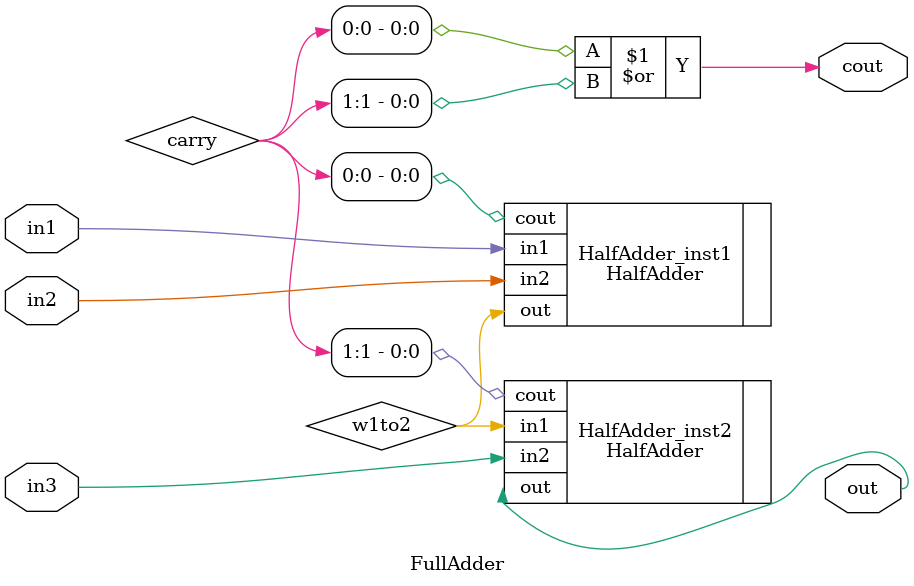
<source format=v>
module FullAdder (  //一位全加器
    input  in1,
    input  in2,
    input  in3,
    output out,
    output cout
);
  wire w1to2;
  wire [1:0] carry;
  HalfAdder HalfAdder_inst1 (
      .in1 (in1),
      .in2 (in2),
      .out (w1to2),
      .cout(carry[0])
  );
  HalfAdder HalfAdder_inst2 (
      .in1 (w1to2),
      .in2 (in3),
      .out (out),
      .cout(carry[1])
  );
  assign cout = carry[0] | carry[1];
endmodule

</source>
